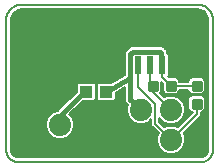
<source format=gtl>
G75*
%MOIN*%
%OFA0B0*%
%FSLAX25Y25*%
%IPPOS*%
%LPD*%
%AMOC8*
5,1,8,0,0,1.08239X$1,22.5*
%
%ADD10C,0.00600*%
%ADD11R,0.02362X0.06102*%
%ADD12R,0.04724X0.07087*%
%ADD13C,0.07400*%
%ADD14R,0.04331X0.03937*%
%ADD15C,0.00875*%
%ADD16C,0.00700*%
%ADD17C,0.01600*%
D10*
X0026500Y0005532D02*
X0026500Y0048679D01*
X0028100Y0048679D02*
X0028168Y0049366D01*
X0028693Y0050635D01*
X0029665Y0051607D01*
X0030934Y0052132D01*
X0031621Y0052200D01*
X0090432Y0052200D01*
X0091094Y0052135D01*
X0092317Y0051628D01*
X0093253Y0050692D01*
X0093760Y0049469D01*
X0093825Y0048807D01*
X0093825Y0005391D01*
X0093777Y0004905D01*
X0093405Y0004007D01*
X0092718Y0003320D01*
X0091820Y0002948D01*
X0091334Y0002900D01*
X0030732Y0002900D01*
X0030219Y0002951D01*
X0029270Y0003344D01*
X0028544Y0004070D01*
X0028151Y0005019D01*
X0028100Y0005532D01*
X0028100Y0048679D01*
X0028100Y0048582D02*
X0093825Y0048582D01*
X0093788Y0049181D02*
X0028149Y0049181D01*
X0028339Y0049779D02*
X0093631Y0049779D01*
X0093383Y0050378D02*
X0028587Y0050378D01*
X0029035Y0050976D02*
X0092969Y0050976D01*
X0092370Y0051575D02*
X0029633Y0051575D01*
X0031352Y0052173D02*
X0090702Y0052173D01*
X0090432Y0053800D02*
X0031621Y0053800D01*
X0031480Y0053798D01*
X0031339Y0053792D01*
X0031198Y0053783D01*
X0031058Y0053769D01*
X0030918Y0053751D01*
X0030778Y0053730D01*
X0030639Y0053705D01*
X0030501Y0053676D01*
X0030364Y0053643D01*
X0030228Y0053607D01*
X0030092Y0053567D01*
X0029958Y0053523D01*
X0029825Y0053475D01*
X0029694Y0053424D01*
X0029564Y0053369D01*
X0029435Y0053310D01*
X0029309Y0053248D01*
X0029184Y0053183D01*
X0029061Y0053114D01*
X0028939Y0053042D01*
X0028820Y0052966D01*
X0028703Y0052887D01*
X0028588Y0052805D01*
X0028476Y0052720D01*
X0028365Y0052632D01*
X0028258Y0052541D01*
X0028153Y0052447D01*
X0028050Y0052350D01*
X0027950Y0052250D01*
X0027853Y0052147D01*
X0027759Y0052042D01*
X0027668Y0051935D01*
X0027580Y0051824D01*
X0027495Y0051712D01*
X0027413Y0051597D01*
X0027334Y0051480D01*
X0027258Y0051361D01*
X0027186Y0051240D01*
X0027117Y0051116D01*
X0027052Y0050991D01*
X0026990Y0050865D01*
X0026931Y0050736D01*
X0026876Y0050606D01*
X0026825Y0050475D01*
X0026777Y0050342D01*
X0026733Y0050208D01*
X0026693Y0050072D01*
X0026657Y0049936D01*
X0026624Y0049799D01*
X0026595Y0049661D01*
X0026570Y0049522D01*
X0026549Y0049382D01*
X0026531Y0049242D01*
X0026517Y0049102D01*
X0026508Y0048961D01*
X0026502Y0048820D01*
X0026500Y0048679D01*
X0028100Y0047984D02*
X0093825Y0047984D01*
X0093825Y0047385D02*
X0028100Y0047385D01*
X0028100Y0046787D02*
X0093825Y0046787D01*
X0093825Y0046188D02*
X0028100Y0046188D01*
X0028100Y0045590D02*
X0093825Y0045590D01*
X0093825Y0044991D02*
X0028100Y0044991D01*
X0028100Y0044393D02*
X0093825Y0044393D01*
X0093825Y0043794D02*
X0028100Y0043794D01*
X0028100Y0043196D02*
X0093825Y0043196D01*
X0093825Y0042597D02*
X0028100Y0042597D01*
X0028100Y0041999D02*
X0093825Y0041999D01*
X0093825Y0041400D02*
X0028100Y0041400D01*
X0028100Y0040802D02*
X0093825Y0040802D01*
X0093825Y0040203D02*
X0028100Y0040203D01*
X0028100Y0039605D02*
X0067713Y0039605D01*
X0068046Y0039939D02*
X0067168Y0039060D01*
X0066113Y0038005D01*
X0066113Y0030312D01*
X0061501Y0027768D01*
X0057267Y0027768D01*
X0056681Y0027183D01*
X0056681Y0022417D01*
X0057267Y0021831D01*
X0062426Y0021831D01*
X0063012Y0022417D01*
X0063012Y0024490D01*
X0066113Y0026201D01*
X0066113Y0021401D01*
X0067087Y0020427D01*
X0066800Y0019735D01*
X0066800Y0017865D01*
X0067516Y0016138D01*
X0068838Y0014816D01*
X0070565Y0014100D01*
X0072435Y0014100D01*
X0074162Y0014816D01*
X0074900Y0015553D01*
X0074900Y0013491D01*
X0075691Y0012700D01*
X0077344Y0011047D01*
X0076800Y0009735D01*
X0076800Y0007865D01*
X0077516Y0006138D01*
X0078838Y0004816D01*
X0080565Y0004100D01*
X0082435Y0004100D01*
X0084162Y0004816D01*
X0085484Y0006138D01*
X0086200Y0007865D01*
X0086200Y0009735D01*
X0085656Y0011047D01*
X0091350Y0016741D01*
X0091350Y0018050D01*
X0091908Y0018050D01*
X0092750Y0018892D01*
X0092750Y0022708D01*
X0091908Y0023550D01*
X0088092Y0023550D01*
X0087250Y0022708D01*
X0087250Y0018892D01*
X0088092Y0018050D01*
X0088650Y0018050D01*
X0088650Y0017859D01*
X0083747Y0012956D01*
X0082435Y0013500D01*
X0080565Y0013500D01*
X0079253Y0012956D01*
X0077600Y0014609D01*
X0077600Y0016053D01*
X0078838Y0014816D01*
X0080565Y0014100D01*
X0082435Y0014100D01*
X0084162Y0014816D01*
X0085484Y0016138D01*
X0086200Y0017865D01*
X0086200Y0019735D01*
X0085484Y0021462D01*
X0084162Y0022784D01*
X0082435Y0023500D01*
X0080565Y0023500D01*
X0079253Y0022956D01*
X0077784Y0024426D01*
X0078250Y0024892D01*
X0078250Y0028141D01*
X0078750Y0027641D01*
X0078750Y0024892D01*
X0079592Y0024050D01*
X0083408Y0024050D01*
X0084250Y0024892D01*
X0084250Y0025450D01*
X0087250Y0025450D01*
X0087250Y0024892D01*
X0088092Y0024050D01*
X0091908Y0024050D01*
X0092750Y0024892D01*
X0092750Y0028708D01*
X0091908Y0029550D01*
X0088092Y0029550D01*
X0087250Y0028708D01*
X0087250Y0028150D01*
X0084250Y0028150D01*
X0084250Y0028708D01*
X0083408Y0029550D01*
X0080659Y0029550D01*
X0080368Y0029841D01*
X0080650Y0030122D01*
X0080650Y0037053D01*
X0080064Y0037639D01*
X0080013Y0037639D01*
X0080013Y0038505D01*
X0079634Y0038884D01*
X0078579Y0039939D01*
X0068046Y0039939D01*
X0067114Y0039006D02*
X0028100Y0039006D01*
X0028100Y0038408D02*
X0066516Y0038408D01*
X0066113Y0037809D02*
X0028100Y0037809D01*
X0028100Y0037211D02*
X0066113Y0037211D01*
X0066113Y0036612D02*
X0028100Y0036612D01*
X0028100Y0036014D02*
X0066113Y0036014D01*
X0066113Y0035415D02*
X0028100Y0035415D01*
X0028100Y0034817D02*
X0066113Y0034817D01*
X0066113Y0034218D02*
X0028100Y0034218D01*
X0028100Y0033620D02*
X0066113Y0033620D01*
X0066113Y0033021D02*
X0028100Y0033021D01*
X0028100Y0032423D02*
X0066113Y0032423D01*
X0066113Y0031824D02*
X0028100Y0031824D01*
X0028100Y0031226D02*
X0066113Y0031226D01*
X0066113Y0030627D02*
X0028100Y0030627D01*
X0028100Y0030029D02*
X0065599Y0030029D01*
X0064514Y0029430D02*
X0028100Y0029430D01*
X0028100Y0028832D02*
X0063429Y0028832D01*
X0062344Y0028233D02*
X0028100Y0028233D01*
X0028100Y0027634D02*
X0050440Y0027634D01*
X0050574Y0027768D02*
X0049988Y0027183D01*
X0049988Y0024834D01*
X0043754Y0018600D01*
X0043654Y0018500D01*
X0043565Y0018500D01*
X0041838Y0017784D01*
X0040516Y0016462D01*
X0039800Y0014735D01*
X0039800Y0012865D01*
X0040516Y0011138D01*
X0041838Y0009816D01*
X0043565Y0009100D01*
X0045435Y0009100D01*
X0047162Y0009816D01*
X0048484Y0011138D01*
X0049200Y0012865D01*
X0049200Y0014735D01*
X0048484Y0016462D01*
X0047596Y0017351D01*
X0052077Y0021831D01*
X0055733Y0021831D01*
X0056319Y0022417D01*
X0056319Y0027183D01*
X0055733Y0027768D01*
X0050574Y0027768D01*
X0049988Y0027036D02*
X0028100Y0027036D01*
X0028100Y0026437D02*
X0049988Y0026437D01*
X0049988Y0025839D02*
X0028100Y0025839D01*
X0028100Y0025240D02*
X0049988Y0025240D01*
X0049796Y0024642D02*
X0028100Y0024642D01*
X0028100Y0024043D02*
X0049198Y0024043D01*
X0048599Y0023445D02*
X0028100Y0023445D01*
X0028100Y0022846D02*
X0048001Y0022846D01*
X0047402Y0022248D02*
X0028100Y0022248D01*
X0028100Y0021649D02*
X0046804Y0021649D01*
X0046205Y0021051D02*
X0028100Y0021051D01*
X0028100Y0020452D02*
X0045607Y0020452D01*
X0045008Y0019854D02*
X0028100Y0019854D01*
X0028100Y0019255D02*
X0044410Y0019255D01*
X0043811Y0018657D02*
X0028100Y0018657D01*
X0028100Y0018058D02*
X0042499Y0018058D01*
X0041513Y0017460D02*
X0028100Y0017460D01*
X0028100Y0016861D02*
X0040914Y0016861D01*
X0040433Y0016263D02*
X0028100Y0016263D01*
X0028100Y0015664D02*
X0040185Y0015664D01*
X0039937Y0015066D02*
X0028100Y0015066D01*
X0028100Y0014467D02*
X0039800Y0014467D01*
X0039800Y0013869D02*
X0028100Y0013869D01*
X0028100Y0013270D02*
X0039800Y0013270D01*
X0039880Y0012672D02*
X0028100Y0012672D01*
X0028100Y0012073D02*
X0040128Y0012073D01*
X0040376Y0011475D02*
X0028100Y0011475D01*
X0028100Y0010876D02*
X0040777Y0010876D01*
X0041376Y0010278D02*
X0028100Y0010278D01*
X0028100Y0009679D02*
X0042167Y0009679D01*
X0046833Y0009679D02*
X0076800Y0009679D01*
X0076800Y0009081D02*
X0028100Y0009081D01*
X0028100Y0008482D02*
X0076800Y0008482D01*
X0076800Y0007884D02*
X0028100Y0007884D01*
X0028100Y0007285D02*
X0077040Y0007285D01*
X0077288Y0006687D02*
X0028100Y0006687D01*
X0028100Y0006088D02*
X0077565Y0006088D01*
X0078164Y0005490D02*
X0028104Y0005490D01*
X0028203Y0004891D02*
X0078762Y0004891D01*
X0080100Y0004293D02*
X0028451Y0004293D01*
X0028919Y0003694D02*
X0093092Y0003694D01*
X0093524Y0004293D02*
X0082900Y0004293D01*
X0084238Y0004891D02*
X0093771Y0004891D01*
X0093825Y0005490D02*
X0084836Y0005490D01*
X0085435Y0006088D02*
X0093825Y0006088D01*
X0093825Y0006687D02*
X0085712Y0006687D01*
X0085960Y0007285D02*
X0093825Y0007285D01*
X0093825Y0007884D02*
X0086200Y0007884D01*
X0086200Y0008482D02*
X0093825Y0008482D01*
X0093825Y0009081D02*
X0086200Y0009081D01*
X0086200Y0009679D02*
X0093825Y0009679D01*
X0093825Y0010278D02*
X0085975Y0010278D01*
X0085727Y0010876D02*
X0093825Y0010876D01*
X0093825Y0011475D02*
X0086084Y0011475D01*
X0086682Y0012073D02*
X0093825Y0012073D01*
X0093825Y0012672D02*
X0087281Y0012672D01*
X0087879Y0013270D02*
X0093825Y0013270D01*
X0093825Y0013869D02*
X0088478Y0013869D01*
X0089076Y0014467D02*
X0093825Y0014467D01*
X0093825Y0015066D02*
X0089675Y0015066D01*
X0090273Y0015664D02*
X0093825Y0015664D01*
X0093825Y0016263D02*
X0090872Y0016263D01*
X0091350Y0016861D02*
X0093825Y0016861D01*
X0093825Y0017460D02*
X0091350Y0017460D01*
X0091916Y0018058D02*
X0093825Y0018058D01*
X0093825Y0018657D02*
X0092515Y0018657D01*
X0092750Y0019255D02*
X0093825Y0019255D01*
X0093825Y0019854D02*
X0092750Y0019854D01*
X0092750Y0020452D02*
X0093825Y0020452D01*
X0093825Y0021051D02*
X0092750Y0021051D01*
X0092750Y0021649D02*
X0093825Y0021649D01*
X0093825Y0022248D02*
X0092750Y0022248D01*
X0092612Y0022846D02*
X0093825Y0022846D01*
X0093825Y0023445D02*
X0092013Y0023445D01*
X0092500Y0024642D02*
X0093825Y0024642D01*
X0093825Y0025240D02*
X0092750Y0025240D01*
X0092750Y0025839D02*
X0093825Y0025839D01*
X0093825Y0026437D02*
X0092750Y0026437D01*
X0092750Y0027036D02*
X0093825Y0027036D01*
X0093825Y0027634D02*
X0092750Y0027634D01*
X0092750Y0028233D02*
X0093825Y0028233D01*
X0093825Y0028832D02*
X0092626Y0028832D01*
X0092028Y0029430D02*
X0093825Y0029430D01*
X0093825Y0030029D02*
X0080556Y0030029D01*
X0080650Y0030627D02*
X0093825Y0030627D01*
X0093825Y0031226D02*
X0080650Y0031226D01*
X0080650Y0031824D02*
X0093825Y0031824D01*
X0093825Y0032423D02*
X0080650Y0032423D01*
X0080650Y0033021D02*
X0093825Y0033021D01*
X0093825Y0033620D02*
X0080650Y0033620D01*
X0080650Y0034218D02*
X0093825Y0034218D01*
X0093825Y0034817D02*
X0080650Y0034817D01*
X0080650Y0035415D02*
X0093825Y0035415D01*
X0093825Y0036014D02*
X0080650Y0036014D01*
X0080650Y0036612D02*
X0093825Y0036612D01*
X0093825Y0037211D02*
X0080492Y0037211D01*
X0080013Y0037809D02*
X0093825Y0037809D01*
X0093825Y0038408D02*
X0080013Y0038408D01*
X0079512Y0039006D02*
X0093825Y0039006D01*
X0093825Y0039605D02*
X0078913Y0039605D01*
X0090432Y0053800D02*
X0090572Y0053798D01*
X0090712Y0053792D01*
X0090852Y0053782D01*
X0090991Y0053769D01*
X0091130Y0053751D01*
X0091268Y0053729D01*
X0091406Y0053704D01*
X0091543Y0053675D01*
X0091679Y0053642D01*
X0091814Y0053605D01*
X0091948Y0053564D01*
X0092081Y0053520D01*
X0092213Y0053472D01*
X0092343Y0053420D01*
X0092471Y0053365D01*
X0092598Y0053306D01*
X0092724Y0053243D01*
X0092847Y0053177D01*
X0092969Y0053108D01*
X0093088Y0053035D01*
X0093206Y0052959D01*
X0093321Y0052879D01*
X0093434Y0052796D01*
X0093545Y0052711D01*
X0093653Y0052622D01*
X0093759Y0052530D01*
X0093862Y0052435D01*
X0093963Y0052338D01*
X0094060Y0052237D01*
X0094155Y0052134D01*
X0094247Y0052028D01*
X0094336Y0051920D01*
X0094421Y0051809D01*
X0094504Y0051696D01*
X0094584Y0051581D01*
X0094660Y0051463D01*
X0094733Y0051344D01*
X0094802Y0051222D01*
X0094868Y0051099D01*
X0094931Y0050973D01*
X0094990Y0050846D01*
X0095045Y0050718D01*
X0095097Y0050588D01*
X0095145Y0050456D01*
X0095189Y0050323D01*
X0095230Y0050189D01*
X0095267Y0050054D01*
X0095300Y0049918D01*
X0095329Y0049781D01*
X0095354Y0049643D01*
X0095376Y0049505D01*
X0095394Y0049366D01*
X0095407Y0049227D01*
X0095417Y0049087D01*
X0095423Y0048947D01*
X0095425Y0048807D01*
X0095425Y0005391D01*
X0092177Y0003096D02*
X0029869Y0003096D01*
X0030732Y0001300D02*
X0091334Y0001300D01*
X0091460Y0001302D01*
X0091586Y0001308D01*
X0091711Y0001317D01*
X0091837Y0001331D01*
X0091962Y0001348D01*
X0092086Y0001370D01*
X0092209Y0001395D01*
X0092332Y0001424D01*
X0092454Y0001456D01*
X0092574Y0001493D01*
X0092694Y0001533D01*
X0092812Y0001576D01*
X0092929Y0001624D01*
X0093044Y0001674D01*
X0093158Y0001729D01*
X0093269Y0001787D01*
X0093380Y0001848D01*
X0093488Y0001913D01*
X0093594Y0001981D01*
X0093698Y0002052D01*
X0093799Y0002126D01*
X0093899Y0002204D01*
X0093996Y0002284D01*
X0094090Y0002368D01*
X0094182Y0002454D01*
X0094271Y0002543D01*
X0094357Y0002635D01*
X0094441Y0002729D01*
X0094521Y0002826D01*
X0094599Y0002926D01*
X0094673Y0003027D01*
X0094744Y0003131D01*
X0094812Y0003237D01*
X0094877Y0003345D01*
X0094938Y0003456D01*
X0094996Y0003567D01*
X0095051Y0003681D01*
X0095101Y0003796D01*
X0095149Y0003913D01*
X0095192Y0004031D01*
X0095232Y0004151D01*
X0095269Y0004271D01*
X0095301Y0004393D01*
X0095330Y0004516D01*
X0095355Y0004639D01*
X0095377Y0004763D01*
X0095394Y0004888D01*
X0095408Y0005014D01*
X0095417Y0005139D01*
X0095423Y0005265D01*
X0095425Y0005391D01*
X0084061Y0013270D02*
X0082990Y0013270D01*
X0083322Y0014467D02*
X0085258Y0014467D01*
X0084660Y0013869D02*
X0078340Y0013869D01*
X0077742Y0014467D02*
X0079678Y0014467D01*
X0080010Y0013270D02*
X0078939Y0013270D01*
X0078587Y0015066D02*
X0077600Y0015066D01*
X0077600Y0015664D02*
X0077989Y0015664D01*
X0074900Y0015066D02*
X0074413Y0015066D01*
X0074900Y0014467D02*
X0073322Y0014467D01*
X0074900Y0013869D02*
X0049200Y0013869D01*
X0049200Y0014467D02*
X0069678Y0014467D01*
X0068587Y0015066D02*
X0049063Y0015066D01*
X0048815Y0015664D02*
X0067989Y0015664D01*
X0067464Y0016263D02*
X0048567Y0016263D01*
X0048085Y0016861D02*
X0067216Y0016861D01*
X0066968Y0017460D02*
X0047705Y0017460D01*
X0048304Y0018058D02*
X0066800Y0018058D01*
X0066800Y0018657D02*
X0048902Y0018657D01*
X0049501Y0019255D02*
X0066800Y0019255D01*
X0066849Y0019854D02*
X0050099Y0019854D01*
X0050698Y0020452D02*
X0067062Y0020452D01*
X0066463Y0021051D02*
X0051296Y0021051D01*
X0051895Y0021649D02*
X0066113Y0021649D01*
X0066113Y0022248D02*
X0062842Y0022248D01*
X0063012Y0022846D02*
X0066113Y0022846D01*
X0066113Y0023445D02*
X0063012Y0023445D01*
X0063012Y0024043D02*
X0066113Y0024043D01*
X0066113Y0024642D02*
X0063287Y0024642D01*
X0064372Y0025240D02*
X0066113Y0025240D01*
X0066113Y0025839D02*
X0065457Y0025839D01*
X0057133Y0027634D02*
X0055867Y0027634D01*
X0056319Y0027036D02*
X0056681Y0027036D01*
X0056681Y0026437D02*
X0056319Y0026437D01*
X0056319Y0025839D02*
X0056681Y0025839D01*
X0056681Y0025240D02*
X0056319Y0025240D01*
X0056319Y0024642D02*
X0056681Y0024642D01*
X0056681Y0024043D02*
X0056319Y0024043D01*
X0056319Y0023445D02*
X0056681Y0023445D01*
X0056681Y0022846D02*
X0056319Y0022846D01*
X0056150Y0022248D02*
X0056850Y0022248D01*
X0049200Y0013270D02*
X0075121Y0013270D01*
X0075719Y0012672D02*
X0049120Y0012672D01*
X0048872Y0012073D02*
X0076318Y0012073D01*
X0076916Y0011475D02*
X0048624Y0011475D01*
X0048223Y0010876D02*
X0077273Y0010876D01*
X0077025Y0010278D02*
X0047624Y0010278D01*
X0030732Y0001300D02*
X0030604Y0001302D01*
X0030476Y0001308D01*
X0030349Y0001317D01*
X0030222Y0001331D01*
X0030095Y0001348D01*
X0029969Y0001369D01*
X0029844Y0001394D01*
X0029719Y0001423D01*
X0029596Y0001455D01*
X0029473Y0001492D01*
X0029352Y0001531D01*
X0029231Y0001575D01*
X0029112Y0001622D01*
X0028995Y0001673D01*
X0028879Y0001727D01*
X0028765Y0001785D01*
X0028653Y0001846D01*
X0028543Y0001910D01*
X0028434Y0001978D01*
X0028328Y0002049D01*
X0028224Y0002123D01*
X0028122Y0002201D01*
X0028023Y0002281D01*
X0027926Y0002364D01*
X0027831Y0002451D01*
X0027740Y0002540D01*
X0027651Y0002631D01*
X0027564Y0002726D01*
X0027481Y0002823D01*
X0027401Y0002922D01*
X0027323Y0003024D01*
X0027249Y0003128D01*
X0027178Y0003234D01*
X0027110Y0003343D01*
X0027046Y0003453D01*
X0026985Y0003565D01*
X0026927Y0003679D01*
X0026873Y0003795D01*
X0026822Y0003912D01*
X0026775Y0004031D01*
X0026731Y0004152D01*
X0026692Y0004273D01*
X0026655Y0004396D01*
X0026623Y0004519D01*
X0026594Y0004644D01*
X0026569Y0004769D01*
X0026548Y0004895D01*
X0026531Y0005022D01*
X0026517Y0005149D01*
X0026508Y0005276D01*
X0026502Y0005404D01*
X0026500Y0005532D01*
X0078166Y0024043D02*
X0093825Y0024043D01*
X0087987Y0023445D02*
X0082568Y0023445D01*
X0084013Y0022846D02*
X0087388Y0022846D01*
X0087250Y0022248D02*
X0084699Y0022248D01*
X0085297Y0021649D02*
X0087250Y0021649D01*
X0087250Y0021051D02*
X0085655Y0021051D01*
X0085903Y0020452D02*
X0087250Y0020452D01*
X0087250Y0019854D02*
X0086151Y0019854D01*
X0086200Y0019255D02*
X0087250Y0019255D01*
X0087485Y0018657D02*
X0086200Y0018657D01*
X0086200Y0018058D02*
X0088084Y0018058D01*
X0088251Y0017460D02*
X0086032Y0017460D01*
X0085784Y0016861D02*
X0087652Y0016861D01*
X0087054Y0016263D02*
X0085536Y0016263D01*
X0085011Y0015664D02*
X0086455Y0015664D01*
X0085857Y0015066D02*
X0084413Y0015066D01*
X0080432Y0023445D02*
X0078764Y0023445D01*
X0079000Y0024642D02*
X0078000Y0024642D01*
X0078250Y0025240D02*
X0078750Y0025240D01*
X0078750Y0025839D02*
X0078250Y0025839D01*
X0078250Y0026437D02*
X0078750Y0026437D01*
X0078750Y0027036D02*
X0078250Y0027036D01*
X0078250Y0027634D02*
X0078750Y0027634D01*
X0083528Y0029430D02*
X0087972Y0029430D01*
X0087374Y0028832D02*
X0084126Y0028832D01*
X0084250Y0028233D02*
X0087250Y0028233D01*
X0087250Y0025240D02*
X0084250Y0025240D01*
X0084000Y0024642D02*
X0087500Y0024642D01*
D11*
X0082406Y0033587D03*
X0078469Y0033587D03*
X0074531Y0033587D03*
X0070594Y0033587D03*
D12*
X0065476Y0048843D03*
X0087524Y0048843D03*
D13*
X0081500Y0018800D03*
X0071500Y0018800D03*
X0071500Y0008800D03*
X0081500Y0008800D03*
X0044500Y0013800D03*
X0034500Y0013800D03*
D14*
X0053154Y0024800D03*
X0059846Y0024800D03*
D15*
X0074187Y0025487D02*
X0076813Y0025487D01*
X0074187Y0025487D02*
X0074187Y0028113D01*
X0076813Y0028113D01*
X0076813Y0025487D01*
X0076813Y0026318D02*
X0074187Y0026318D01*
X0074187Y0027149D02*
X0076813Y0027149D01*
X0076813Y0027980D02*
X0074187Y0027980D01*
X0080187Y0025487D02*
X0082813Y0025487D01*
X0080187Y0025487D02*
X0080187Y0028113D01*
X0082813Y0028113D01*
X0082813Y0025487D01*
X0082813Y0026318D02*
X0080187Y0026318D01*
X0080187Y0027149D02*
X0082813Y0027149D01*
X0082813Y0027980D02*
X0080187Y0027980D01*
X0091313Y0028113D02*
X0091313Y0025487D01*
X0088687Y0025487D01*
X0088687Y0028113D01*
X0091313Y0028113D01*
X0091313Y0026318D02*
X0088687Y0026318D01*
X0088687Y0027149D02*
X0091313Y0027149D01*
X0091313Y0027980D02*
X0088687Y0027980D01*
X0091313Y0022113D02*
X0091313Y0019487D01*
X0088687Y0019487D01*
X0088687Y0022113D01*
X0091313Y0022113D01*
X0091313Y0020318D02*
X0088687Y0020318D01*
X0088687Y0021149D02*
X0091313Y0021149D01*
X0091313Y0021980D02*
X0088687Y0021980D01*
D16*
X0090000Y0020800D02*
X0090000Y0017300D01*
X0081500Y0008800D01*
X0076250Y0014050D01*
X0076250Y0020768D01*
X0070594Y0026423D01*
X0070594Y0033587D01*
X0074531Y0033587D02*
X0074531Y0025769D01*
X0074531Y0025831D01*
X0075500Y0026800D01*
X0074531Y0025769D02*
X0081500Y0018800D01*
X0081500Y0026800D02*
X0090000Y0026800D01*
X0081500Y0026800D02*
X0078469Y0029831D01*
X0078469Y0033587D01*
D17*
X0078213Y0033587D01*
X0078213Y0037760D01*
X0077834Y0038139D01*
X0068792Y0038139D01*
X0067913Y0037260D01*
X0067913Y0023646D01*
X0067913Y0023595D01*
X0067913Y0022146D01*
X0068154Y0022146D01*
X0071500Y0018800D01*
X0067913Y0023595D02*
X0067913Y0029250D01*
X0059846Y0024800D01*
X0053154Y0024800D02*
X0052500Y0024800D01*
X0044500Y0016800D01*
X0044500Y0013800D01*
M02*

</source>
